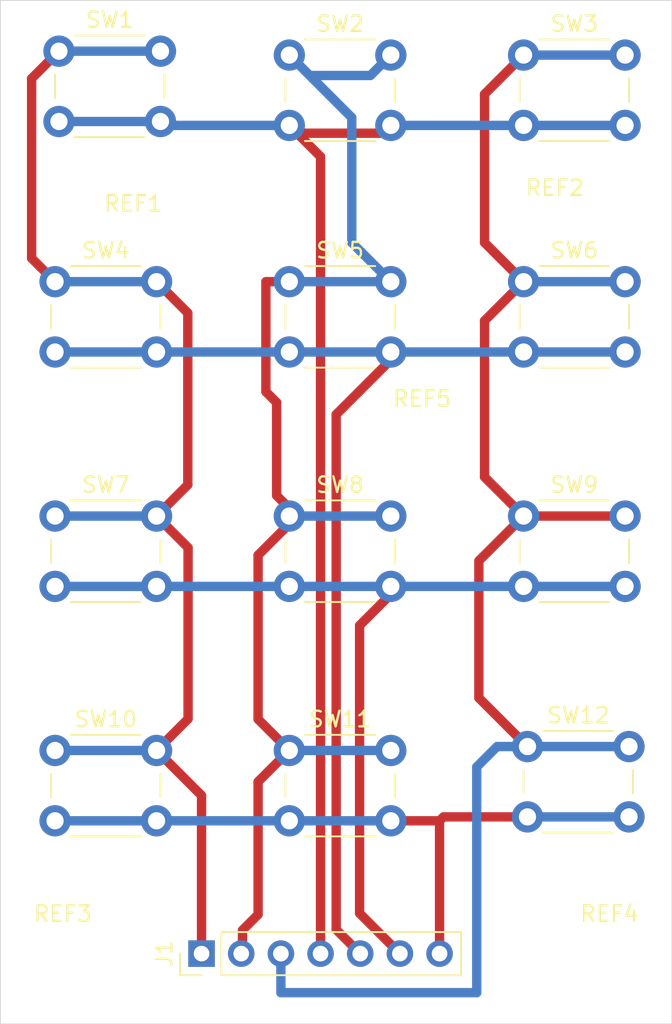
<source format=kicad_pcb>
(kicad_pcb (version 20241229) (generator "pcbnew") (generator_version "9.0")
  (layers (0 "F.Cu" signal) (2 "B.Cu" signal) (13 "F.Paste" user) (15 "B.Paste" user) (5 "F.SilkS" user "F.Silkscreen") (7 "B.SilkS" user "B.Silkscreen") (1 "F.Mask" user) (3 "B.Mask" user) (25 "Edge.Cuts" user))
  (net 0 "")
  (net 1 "Net-(J1-Pin_2)")
  (net 2 "Net-(J1-Pin_6)")
  (net 3 "Net-(J1-Pin_4)")
  (net 4 "Net-(J1-Pin_7)")
  (net 5 "Net-(J1-Pin_5)")
  (net 6 "Net-(J1-Pin_1)")
  (net 7 "Net-(J1-Pin_3)")
  (footprint "MountingHole:MountingHole_2.1mm" (layer "F.Cu") (at 167 69.957305)
    (property "Reference" "REF2" (at -3.5 -1 0) (layer "F.SilkS"))
    (property "Value" "MountingHole_2.1mm" (hide yes))
    (pad "" np_thru_hole circle (at 0 0) (size 2.1 2.1) (drill 2.1) (layers "*.Cu" "*.Mask"))
  )
  (footprint "Button_Switch_THT:SW_PUSH_6mm" (layer "F.Cu") (at 131.75 60.207305)
    (property "Reference" "SW1" (at 3.25 -2 0) (layer "F.SilkS"))
    (property "Value" "SW_Push")
    (fp_line (start -0.25 1.5) (end -0.25 3) (stroke (width 0.12)) (layer "F.SilkS"))
    (fp_line (start 1 5.5) (end 5.5 5.5) (stroke (width 0.12)) (layer "F.SilkS"))
    (fp_line (start 5.5 -1) (end 1 -1) (stroke (width 0.12)) (layer "F.SilkS"))
    (fp_line (start 6.75 3) (end 6.75 1.5) (stroke (width 0.12)) (layer "F.SilkS"))
    (pad "1" thru_hole circle (at 0 0 90) (size 2 2) (drill 1.1) (layers "*.Cu" "*.Mask") (net 6 "Net-(J1-Pin_1)"))
    (pad "1" thru_hole circle (at 6.5 0 90) (size 2 2) (drill 1.1) (layers "*.Cu" "*.Mask") (net 6 "Net-(J1-Pin_1)"))
    (pad "2" thru_hole circle (at 0 4.5 90) (size 2 2) (drill 1.1) (layers "*.Cu" "*.Mask") (net 3 "Net-(J1-Pin_4)"))
    (pad "2" thru_hole circle (at 6.5 4.5 90) (size 2 2) (drill 1.1) (layers "*.Cu" "*.Mask") (net 3 "Net-(J1-Pin_4)"))
  )
  (footprint "Button_Switch_THT:SW_PUSH_6mm" (layer "F.Cu") (at 131.5 89.957305)
    (property "Reference" "SW7" (at 3.25 -2 0) (layer "F.SilkS"))
    (property "Value" "SW_Push")
    (fp_line (start -0.25 1.5) (end -0.25 3) (stroke (width 0.12)) (layer "F.SilkS"))
    (fp_line (start 1 5.5) (end 5.5 5.5) (stroke (width 0.12)) (layer "F.SilkS"))
    (fp_line (start 5.5 -1) (end 1 -1) (stroke (width 0.12)) (layer "F.SilkS"))
    (fp_line (start 6.75 3) (end 6.75 1.5) (stroke (width 0.12)) (layer "F.SilkS"))
    (pad "1" thru_hole circle (at 0 0 90) (size 2 2) (drill 1.1) (layers "*.Cu" "*.Mask") (net 6 "Net-(J1-Pin_1)"))
    (pad "1" thru_hole circle (at 6.5 0 90) (size 2 2) (drill 1.1) (layers "*.Cu" "*.Mask") (net 6 "Net-(J1-Pin_1)"))
    (pad "2" thru_hole circle (at 0 4.5 90) (size 2 2) (drill 1.1) (layers "*.Cu" "*.Mask") (net 2 "Net-(J1-Pin_6)"))
    (pad "2" thru_hole circle (at 6.5 4.5 90) (size 2 2) (drill 1.1) (layers "*.Cu" "*.Mask") (net 2 "Net-(J1-Pin_6)"))
  )
  (footprint "MountingHole:MountingHole_2.1mm" (layer "F.Cu") (at 132 69.957305)
    (property "Reference" "REF1" (at 4.5 0 0) (layer "F.SilkS"))
    (property "Value" "MountingHole_2.1mm" (hide yes))
    (pad "" np_thru_hole circle (at 0 0) (size 2.1 2.1) (drill 2.1) (layers "*.Cu" "*.Mask"))
  )
  (footprint "Button_Switch_THT:SW_PUSH_6mm" (layer "F.Cu") (at 146.5 89.957305)
    (property "Reference" "SW8" (at 3.25 -2 0) (layer "F.SilkS"))
    (property "Value" "SW_Push")
    (fp_line (start -0.25 1.5) (end -0.25 3) (stroke (width 0.12)) (layer "F.SilkS"))
    (fp_line (start 1 5.5) (end 5.5 5.5) (stroke (width 0.12)) (layer "F.SilkS"))
    (fp_line (start 5.5 -1) (end 1 -1) (stroke (width 0.12)) (layer "F.SilkS"))
    (fp_line (start 6.75 3) (end 6.75 1.5) (stroke (width 0.12)) (layer "F.SilkS"))
    (pad "1" thru_hole circle (at 0 0 90) (size 2 2) (drill 1.1) (layers "*.Cu" "*.Mask") (net 1 "Net-(J1-Pin_2)"))
    (pad "1" thru_hole circle (at 6.5 0 90) (size 2 2) (drill 1.1) (layers "*.Cu" "*.Mask") (net 1 "Net-(J1-Pin_2)"))
    (pad "2" thru_hole circle (at 0 4.5 90) (size 2 2) (drill 1.1) (layers "*.Cu" "*.Mask") (net 2 "Net-(J1-Pin_6)"))
    (pad "2" thru_hole circle (at 6.5 4.5 90) (size 2 2) (drill 1.1) (layers "*.Cu" "*.Mask") (net 2 "Net-(J1-Pin_6)"))
  )
  (footprint "Button_Switch_THT:SW_PUSH_6mm" (layer "F.Cu") (at 161.5 74.957305)
    (property "Reference" "SW6" (at 3.25 -2 0) (layer "F.SilkS"))
    (property "Value" "SW_Push")
    (fp_line (start -0.25 1.5) (end -0.25 3) (stroke (width 0.12)) (layer "F.SilkS"))
    (fp_line (start 1 5.5) (end 5.5 5.5) (stroke (width 0.12)) (layer "F.SilkS"))
    (fp_line (start 5.5 -1) (end 1 -1) (stroke (width 0.12)) (layer "F.SilkS"))
    (fp_line (start 6.75 3) (end 6.75 1.5) (stroke (width 0.12)) (layer "F.SilkS"))
    (pad "1" thru_hole circle (at 0 0 90) (size 2 2) (drill 1.1) (layers "*.Cu" "*.Mask") (net 7 "Net-(J1-Pin_3)"))
    (pad "1" thru_hole circle (at 6.5 0 90) (size 2 2) (drill 1.1) (layers "*.Cu" "*.Mask") (net 7 "Net-(J1-Pin_3)"))
    (pad "2" thru_hole circle (at 0 4.5 90) (size 2 2) (drill 1.1) (layers "*.Cu" "*.Mask") (net 5 "Net-(J1-Pin_5)"))
    (pad "2" thru_hole circle (at 6.5 4.5 90) (size 2 2) (drill 1.1) (layers "*.Cu" "*.Mask") (net 5 "Net-(J1-Pin_5)"))
  )
  (footprint "Button_Switch_THT:SW_PUSH_6mm" (layer "F.Cu") (at 161.5 89.957305)
    (property "Reference" "SW9" (at 3.25 -2 0) (layer "F.SilkS"))
    (property "Value" "SW_Push")
    (fp_line (start -0.25 1.5) (end -0.25 3) (stroke (width 0.12)) (layer "F.SilkS"))
    (fp_line (start 1 5.5) (end 5.5 5.5) (stroke (width 0.12)) (layer "F.SilkS"))
    (fp_line (start 5.5 -1) (end 1 -1) (stroke (width 0.12)) (layer "F.SilkS"))
    (fp_line (start 6.75 3) (end 6.75 1.5) (stroke (width 0.12)) (layer "F.SilkS"))
    (pad "1" thru_hole circle (at 0 0 90) (size 2 2) (drill 1.1) (layers "*.Cu" "*.Mask") (net 7 "Net-(J1-Pin_3)"))
    (pad "1" thru_hole circle (at 6.5 0 90) (size 2 2) (drill 1.1) (layers "*.Cu" "*.Mask") (net 7 "Net-(J1-Pin_3)"))
    (pad "2" thru_hole circle (at 0 4.5 90) (size 2 2) (drill 1.1) (layers "*.Cu" "*.Mask") (net 2 "Net-(J1-Pin_6)"))
    (pad "2" thru_hole circle (at 6.5 4.5 90) (size 2 2) (drill 1.1) (layers "*.Cu" "*.Mask") (net 2 "Net-(J1-Pin_6)"))
  )
  (footprint "Button_Switch_THT:SW_PUSH_6mm" (layer "F.Cu") (at 131.5 104.957305)
    (property "Reference" "SW10" (at 3.25 -2 0) (layer "F.SilkS"))
    (property "Value" "SW_Push")
    (fp_line (start -0.25 1.5) (end -0.25 3) (stroke (width 0.12)) (layer "F.SilkS"))
    (fp_line (start 1 5.5) (end 5.5 5.5) (stroke (width 0.12)) (layer "F.SilkS"))
    (fp_line (start 5.5 -1) (end 1 -1) (stroke (width 0.12)) (layer "F.SilkS"))
    (fp_line (start 6.75 3) (end 6.75 1.5) (stroke (width 0.12)) (layer "F.SilkS"))
    (pad "1" thru_hole circle (at 0 0 90) (size 2 2) (drill 1.1) (layers "*.Cu" "*.Mask") (net 6 "Net-(J1-Pin_1)"))
    (pad "1" thru_hole circle (at 6.5 0 90) (size 2 2) (drill 1.1) (layers "*.Cu" "*.Mask") (net 6 "Net-(J1-Pin_1)"))
    (pad "2" thru_hole circle (at 0 4.5 90) (size 2 2) (drill 1.1) (layers "*.Cu" "*.Mask") (net 4 "Net-(J1-Pin_7)"))
    (pad "2" thru_hole circle (at 6.5 4.5 90) (size 2 2) (drill 1.1) (layers "*.Cu" "*.Mask") (net 4 "Net-(J1-Pin_7)"))
  )
  (footprint "Button_Switch_THT:SW_PUSH_6mm" (layer "F.Cu") (at 161.75 104.707305)
    (property "Reference" "SW12" (at 3.25 -2 0) (layer "F.SilkS"))
    (property "Value" "SW_Push")
    (fp_line (start -0.25 1.5) (end -0.25 3) (stroke (width 0.12)) (layer "F.SilkS"))
    (fp_line (start 1 5.5) (end 5.5 5.5) (stroke (width 0.12)) (layer "F.SilkS"))
    (fp_line (start 5.5 -1) (end 1 -1) (stroke (width 0.12)) (layer "F.SilkS"))
    (fp_line (start 6.75 3) (end 6.75 1.5) (stroke (width 0.12)) (layer "F.SilkS"))
    (pad "1" thru_hole circle (at 0 0 90) (size 2 2) (drill 1.1) (layers "*.Cu" "*.Mask") (net 7 "Net-(J1-Pin_3)"))
    (pad "1" thru_hole circle (at 6.5 0 90) (size 2 2) (drill 1.1) (layers "*.Cu" "*.Mask") (net 7 "Net-(J1-Pin_3)"))
    (pad "2" thru_hole circle (at 0 4.5 90) (size 2 2) (drill 1.1) (layers "*.Cu" "*.Mask") (net 4 "Net-(J1-Pin_7)"))
    (pad "2" thru_hole circle (at 6.5 4.5 90) (size 2 2) (drill 1.1) (layers "*.Cu" "*.Mask") (net 4 "Net-(J1-Pin_7)"))
  )
  (footprint "Button_Switch_THT:SW_PUSH_6mm" (layer "F.Cu") (at 161.5 60.457305)
    (property "Reference" "SW3" (at 3.25 -2 0) (layer "F.SilkS"))
    (property "Value" "SW_Push")
    (fp_line (start -0.25 1.5) (end -0.25 3) (stroke (width 0.12)) (layer "F.SilkS"))
    (fp_line (start 1 5.5) (end 5.5 5.5) (stroke (width 0.12)) (layer "F.SilkS"))
    (fp_line (start 5.5 -1) (end 1 -1) (stroke (width 0.12)) (layer "F.SilkS"))
    (fp_line (start 6.75 3) (end 6.75 1.5) (stroke (width 0.12)) (layer "F.SilkS"))
    (pad "1" thru_hole circle (at 0 0 90) (size 2 2) (drill 1.1) (layers "*.Cu" "*.Mask") (net 7 "Net-(J1-Pin_3)"))
    (pad "1" thru_hole circle (at 6.5 0 90) (size 2 2) (drill 1.1) (layers "*.Cu" "*.Mask") (net 7 "Net-(J1-Pin_3)"))
    (pad "2" thru_hole circle (at 0 4.5 90) (size 2 2) (drill 1.1) (layers "*.Cu" "*.Mask") (net 3 "Net-(J1-Pin_4)"))
    (pad "2" thru_hole circle (at 6.5 4.5 90) (size 2 2) (drill 1.1) (layers "*.Cu" "*.Mask") (net 3 "Net-(J1-Pin_4)"))
  )
  (footprint "MountingHole:MountingHole_2.1mm" (layer "F.Cu") (at 155 85.5)
    (property "Reference" "REF5" (at 0 -3.05 0) (layer "F.SilkS"))
    (property "Value" "MountingHole_2.1mm" (hide yes))
    (pad "" np_thru_hole circle (at 0 0) (size 2.1 2.1) (drill 2.1) (layers "*.Cu" "*.Mask"))
  )
  (footprint "MountingHole:MountingHole_2.1mm" (layer "F.Cu") (at 132 118.457305)
    (property "Reference" "REF3" (at 0 -3.05 0) (layer "F.SilkS"))
    (property "Value" "MountingHole_2.1mm" (hide yes))
    (pad "" np_thru_hole circle (at 0 0) (size 2.1 2.1) (drill 2.1) (layers "*.Cu" "*.Mask"))
  )
  (footprint "Button_Switch_THT:SW_PUSH_6mm" (layer "F.Cu") (at 146.5 104.957305)
    (property "Reference" "SW11" (at 3.25 -2 0) (layer "F.SilkS"))
    (property "Value" "SW_Push")
    (fp_line (start -0.25 1.5) (end -0.25 3) (stroke (width 0.12)) (layer "F.SilkS"))
    (fp_line (start 1 5.5) (end 5.5 5.5) (stroke (width 0.12)) (layer "F.SilkS"))
    (fp_line (start 5.5 -1) (end 1 -1) (stroke (width 0.12)) (layer "F.SilkS"))
    (fp_line (start 6.75 3) (end 6.75 1.5) (stroke (width 0.12)) (layer "F.SilkS"))
    (pad "1" thru_hole circle (at 0 0 90) (size 2 2) (drill 1.1) (layers "*.Cu" "*.Mask") (net 1 "Net-(J1-Pin_2)"))
    (pad "1" thru_hole circle (at 6.5 0 90) (size 2 2) (drill 1.1) (layers "*.Cu" "*.Mask") (net 1 "Net-(J1-Pin_2)"))
    (pad "2" thru_hole circle (at 0 4.5 90) (size 2 2) (drill 1.1) (layers "*.Cu" "*.Mask") (net 4 "Net-(J1-Pin_7)"))
    (pad "2" thru_hole circle (at 6.5 4.5 90) (size 2 2) (drill 1.1) (layers "*.Cu" "*.Mask") (net 4 "Net-(J1-Pin_7)"))
  )
  (footprint "Button_Switch_THT:SW_PUSH_6mm" (layer "F.Cu") (at 146.5 60.457305)
    (property "Reference" "SW2" (at 3.25 -2 0) (layer "F.SilkS"))
    (property "Value" "SW_Push")
    (fp_line (start -0.25 1.5) (end -0.25 3) (stroke (width 0.12)) (layer "F.SilkS"))
    (fp_line (start 1 5.5) (end 5.5 5.5) (stroke (width 0.12)) (layer "F.SilkS"))
    (fp_line (start 5.5 -1) (end 1 -1) (stroke (width 0.12)) (layer "F.SilkS"))
    (fp_line (start 6.75 3) (end 6.75 1.5) (stroke (width 0.12)) (layer "F.SilkS"))
    (pad "1" thru_hole circle (at 0 0 90) (size 2 2) (drill 1.1) (layers "*.Cu" "*.Mask") (net 1 "Net-(J1-Pin_2)"))
    (pad "1" thru_hole circle (at 6.5 0 90) (size 2 2) (drill 1.1) (layers "*.Cu" "*.Mask") (net 1 "Net-(J1-Pin_2)"))
    (pad "2" thru_hole circle (at 0 4.5 90) (size 2 2) (drill 1.1) (layers "*.Cu" "*.Mask") (net 3 "Net-(J1-Pin_4)"))
    (pad "2" thru_hole circle (at 6.5 4.5 90) (size 2 2) (drill 1.1) (layers "*.Cu" "*.Mask") (net 3 "Net-(J1-Pin_4)"))
  )
  (footprint "Button_Switch_THT:SW_PUSH_6mm" (layer "F.Cu") (at 131.5 74.957305)
    (property "Reference" "SW4" (at 3.25 -2 0) (layer "F.SilkS"))
    (property "Value" "SW_Push")
    (fp_line (start -0.25 1.5) (end -0.25 3) (stroke (width 0.12)) (layer "F.SilkS"))
    (fp_line (start 1 5.5) (end 5.5 5.5) (stroke (width 0.12)) (layer "F.SilkS"))
    (fp_line (start 5.5 -1) (end 1 -1) (stroke (width 0.12)) (layer "F.SilkS"))
    (fp_line (start 6.75 3) (end 6.75 1.5) (stroke (width 0.12)) (layer "F.SilkS"))
    (pad "1" thru_hole circle (at 0 0 90) (size 2 2) (drill 1.1) (layers "*.Cu" "*.Mask") (net 6 "Net-(J1-Pin_1)"))
    (pad "1" thru_hole circle (at 6.5 0 90) (size 2 2) (drill 1.1) (layers "*.Cu" "*.Mask") (net 6 "Net-(J1-Pin_1)"))
    (pad "2" thru_hole circle (at 0 4.5 90) (size 2 2) (drill 1.1) (layers "*.Cu" "*.Mask") (net 5 "Net-(J1-Pin_5)"))
    (pad "2" thru_hole circle (at 6.5 4.5 90) (size 2 2) (drill 1.1) (layers "*.Cu" "*.Mask") (net 5 "Net-(J1-Pin_5)"))
  )
  (footprint "MountingHole:MountingHole_2.1mm" (layer "F.Cu") (at 167 118.457305)
    (property "Reference" "REF4" (at 0 -3.05 0) (layer "F.SilkS"))
    (property "Value" "MountingHole_2.1mm" (hide yes))
    (pad "" np_thru_hole circle (at 0 0) (size 2.1 2.1) (drill 2.1) (layers "*.Cu" "*.Mask"))
  )
  (footprint "Connector_PinHeader_2.54mm:PinHeader_1x07_P2.54mm_Vertical" (layer "F.Cu") (at 140.88 117.957305 90)
    (property "Reference" "J1" (at 0 -2.38 90) (layer "F.SilkS"))
    (property "Value" "Conn_01x07_Pin")
    (fp_line (start -1.38 -1.38) (end 0 -1.38) (stroke (width 0.12)) (layer "F.SilkS"))
    (fp_line (start -1.38 0) (end -1.38 -1.38) (stroke (width 0.12)) (layer "F.SilkS"))
    (fp_line (start 1.38 1.27) (end 1.38 16.62) (stroke (width 0.12)) (layer "F.SilkS"))
    (fp_line (start -1.38 1.27) (end 1.38 1.27) (stroke (width 0.12)) (layer "F.SilkS"))
    (fp_line (start -1.38 1.27) (end -1.38 16.62) (stroke (width 0.12)) (layer "F.SilkS"))
    (fp_line (start -1.38 16.62) (end 1.38 16.62) (stroke (width 0.12)) (layer "F.SilkS"))
    (pad "1" thru_hole rect (at 0 0 90) (size 1.7 1.7) (drill 1) (layers "*.Cu" "*.Mask") (net 6 "Net-(J1-Pin_1)"))
    (pad "2" thru_hole circle (at 0 2.54 90) (size 1.7 1.7) (drill 1) (layers "*.Cu" "*.Mask") (net 1 "Net-(J1-Pin_2)"))
    (pad "3" thru_hole circle (at 0 5.08 90) (size 1.7 1.7) (drill 1) (layers "*.Cu" "*.Mask") (net 7 "Net-(J1-Pin_3)"))
    (pad "4" thru_hole circle (at 0 7.62 90) (size 1.7 1.7) (drill 1) (layers "*.Cu" "*.Mask") (net 3 "Net-(J1-Pin_4)"))
    (pad "5" thru_hole circle (at 0 10.16 90) (size 1.7 1.7) (drill 1) (layers "*.Cu" "*.Mask") (net 5 "Net-(J1-Pin_5)"))
    (pad "6" thru_hole circle (at 0 12.7 90) (size 1.7 1.7) (drill 1) (layers "*.Cu" "*.Mask") (net 2 "Net-(J1-Pin_6)"))
    (pad "7" thru_hole circle (at 0 15.24 90) (size 1.7 1.7) (drill 1) (layers "*.Cu" "*.Mask") (net 4 "Net-(J1-Pin_7)"))
  )
  (footprint "Button_Switch_THT:SW_PUSH_6mm" (layer "F.Cu") (at 146.5 74.957305)
    (property "Reference" "SW5" (at 3.25 -2 0) (layer "F.SilkS"))
    (property "Value" "SW_Push")
    (fp_line (start -0.25 1.5) (end -0.25 3) (stroke (width 0.12)) (layer "F.SilkS"))
    (fp_line (start 1 5.5) (end 5.5 5.5) (stroke (width 0.12)) (layer "F.SilkS"))
    (fp_line (start 5.5 -1) (end 1 -1) (stroke (width 0.12)) (layer "F.SilkS"))
    (fp_line (start 6.75 3) (end 6.75 1.5) (stroke (width 0.12)) (layer "F.SilkS"))
    (pad "1" thru_hole circle (at 0 0 90) (size 2 2) (drill 1.1) (layers "*.Cu" "*.Mask") (net 1 "Net-(J1-Pin_2)"))
    (pad "1" thru_hole circle (at 6.5 0 90) (size 2 2) (drill 1.1) (layers "*.Cu" "*.Mask") (net 1 "Net-(J1-Pin_2)"))
    (pad "2" thru_hole circle (at 0 4.5 90) (size 2 2) (drill 1.1) (layers "*.Cu" "*.Mask") (net 5 "Net-(J1-Pin_5)"))
    (pad "2" thru_hole circle (at 6.5 4.5 90) (size 2 2) (drill 1.1) (layers "*.Cu" "*.Mask") (net 5 "Net-(J1-Pin_5)"))
  )
  (gr_rect (start 128 56.957305) (end 171 122.457305) (stroke (width 0.05)) (fill no) (layer "Edge.Cuts"))
  (segment (start 144.5 102.957305) (end 146.5 104.957305) (width 0.6) (layer "F.Cu") (net 1))
  (segment (start 145 82) (end 145 74.957305) (width 0.6) (layer "F.Cu") (net 1))
  (segment (start 144.5 115.457305) (end 143.5 116.457305) (width 0.6) (layer "F.Cu") (net 1))
  (segment (start 143.5 116.457305) (end 143.5 117.877305) (width 0.6) (layer "F.Cu") (net 1))
  (segment (start 145.6876 82.6876) (end 145 82) (width 0.6) (layer "F.Cu") (net 1))
  (segment (start 145 74.957305) (end 147 74.957305) (width 0.6) (layer "F.Cu") (net 1))
  (segment (start 144.5 92.457305) (end 144.5 102.957305) (width 0.6) (layer "F.Cu") (net 1))
  (segment (start 143.5 117.877305) (end 143.42 117.957305) (width 0.6) (layer "F.Cu") (net 1))
  (segment (start 146.5 104.957305) (end 144.5 106.957305) (width 0.6) (layer "F.Cu") (net 1))
  (segment (start 147 89.957305) (end 145.6876 88.644905) (width 0.6) (layer "F.Cu") (net 1))
  (segment (start 144.5 106.957305) (end 144.5 115.457305) (width 0.6) (layer "F.Cu") (net 1))
  (segment (start 145.6876 88.644905) (end 145.6876 82.6876) (width 0.6) (layer "F.Cu") (net 1))
  (segment (start 147 89.957305) (end 144.5 92.457305) (width 0.6) (layer "F.Cu") (net 1))
  (segment (start 153 74.957305) (end 146.5 74.957305) (width 0.6) (layer "B.Cu") (net 1))
  (segment (start 153.5 89.957305) (end 147 89.957305) (width 0.6) (layer "B.Cu") (net 1))
  (segment (start 147.8057 61.763005) (end 146.5 60.457305) (width 0.6) (layer "B.Cu") (net 1))
  (segment (start 153 104.957305) (end 146.5 104.957305) (width 0.6) (layer "B.Cu") (net 1))
  (segment (start 147.8057 61.763005) (end 151.6943 61.763005) (width 0.6) (layer "B.Cu") (net 1))
  (segment (start 147.8057 61.763005) (end 150.5 64.457305) (width 0.6) (layer "B.Cu") (net 1))
  (segment (start 151.6943 61.763005) (end 153 60.457305) (width 0.6) (layer "B.Cu") (net 1))
  (segment (start 147.8057 74.957305) (end 147 74.957305) (width 0.2) (layer "B.Cu") (net 1))
  (segment (start 150.5 72.457305) (end 153 74.957305) (width 0.6) (layer "B.Cu") (net 1))
  (segment (start 150.5 64.457305) (end 150.5 72.457305) (width 0.6) (layer "B.Cu") (net 1))
  (segment (start 153.58 117.957305) (end 151 115.377305) (width 0.6) (layer "F.Cu") (net 2))
  (segment (start 151 96.957305) (end 153.5 94.457305) (width 0.6) (layer "F.Cu") (net 2))
  (segment (start 151 115.377305) (end 151 96.957305) (width 0.6) (layer "F.Cu") (net 2))
  (segment (start 147 94.457305) (end 153.5 94.457305) (width 0.6) (layer "B.Cu") (net 2))
  (segment (start 153.5 94.457305) (end 161.5 94.457305) (width 0.6) (layer "B.Cu") (net 2))
  (segment (start 147 94.457305) (end 138 94.457305) (width 0.6) (layer "B.Cu") (net 2))
  (segment (start 168 94.457305) (end 161.5 94.457305) (width 0.6) (layer "B.Cu") (net 2))
  (segment (start 138 94.457305) (end 131.5 94.457305) (width 0.6) (layer "B.Cu") (net 2))
  (segment (start 146.5 64.957305) (end 147 65.457305) (width 0.6) (layer "F.Cu") (net 3))
  (segment (start 152.5 65.457305) (end 153 64.957305) (width 0.6) (layer "F.Cu") (net 3))
  (segment (start 148.5 66.957305) (end 146.5 64.957305) (width 0.6) (layer "F.Cu") (net 3))
  (segment (start 148.5 117.957305) (end 148.5 66.957305) (width 0.6) (layer "F.Cu") (net 3))
  (segment (start 147 65.457305) (end 152.5 65.457305) (width 0.6) (layer "F.Cu") (net 3))
  (segment (start 138.5 64.957305) (end 138.25 64.707305) (width 0.2) (layer "B.Cu") (net 3))
  (segment (start 146.5 64.957305) (end 138.5 64.957305) (width 0.6) (layer "B.Cu") (net 3))
  (segment (start 131.75 64.707305) (end 138.25 64.707305) (width 0.6) (layer "B.Cu") (net 3))
  (segment (start 161.5 64.957305) (end 153 64.957305) (width 0.6) (layer "B.Cu") (net 3))
  (segment (start 168 64.957305) (end 161.5 64.957305) (width 0.6) (layer "B.Cu") (net 3))
  (segment (start 156.37 109.207305) (end 156.12 109.457305) (width 0.6) (layer "F.Cu") (net 4))
  (segment (start 156.12 117.957305) (end 156.12 109.457305) (width 0.6) (layer "F.Cu") (net 4))
  (segment (start 161.75 109.207305) (end 156.37 109.207305) (width 0.6) (layer "F.Cu") (net 4))
  (segment (start 156.12 109.457305) (end 153 109.457305) (width 0.6) (layer "F.Cu") (net 4))
  (segment (start 168.25 109.207305) (end 161.75 109.207305) (width 0.6) (layer "B.Cu") (net 4))
  (segment (start 146.5 109.457305) (end 138 109.457305) (width 0.6) (layer "B.Cu") (net 4))
  (segment (start 153 109.457305) (end 146.5 109.457305) (width 0.6) (layer "B.Cu") (net 4))
  (segment (start 138 109.457305) (end 131.5 109.457305) (width 0.6) (layer "B.Cu") (net 4))
  (segment (start 149.5 116.417305) (end 149.5 83.457305) (width 0.6) (layer "F.Cu") (net 5))
  (segment (start 149.5 83.457305) (end 153.5 79.457305) (width 0.6) (layer "F.Cu") (net 5))
  (segment (start 151.04 117.957305) (end 149.5 116.417305) (width 0.6) (layer "F.Cu") (net 5))
  (segment (start 168 79.457305) (end 161.5 79.457305) (width 0.6) (layer "B.Cu") (net 5))
  (segment (start 153.5 79.457305) (end 161.5 79.457305) (width 0.6) (layer "B.Cu") (net 5))
  (segment (start 147 79.457305) (end 153.5 79.457305) (width 0.6) (layer "B.Cu") (net 5))
  (segment (start 131.5 79.457305) (end 138 79.457305) (width 0.6) (layer "B.Cu") (net 5))
  (segment (start 138 79.457305) (end 147 79.457305) (width 0.6) (layer "B.Cu") (net 5))
  (segment (start 130 61.957305) (end 131.75 60.207305) (width 0.6) (layer "F.Cu") (net 6))
  (segment (start 140.017077 91.974382) (end 140.017077 102.940228) (width 0.6) (layer "F.Cu") (net 6))
  (segment (start 140 76.957305) (end 140 87.957305) (width 0.6) (layer "F.Cu") (net 6))
  (segment (start 130 73.457305) (end 130 61.957305) (width 0.6) (layer "F.Cu") (net 6))
  (segment (start 140.017077 102.940228) (end 138 104.957305) (width 0.6) (layer "F.Cu") (net 6))
  (segment (start 131.5 74.957305) (end 130 73.457305) (width 0.6) (layer "F.Cu") (net 6))
  (segment (start 138 74.957305) (end 140 76.957305) (width 0.6) (layer "F.Cu") (net 6))
  (segment (start 138 89.957305) (end 140.017077 91.974382) (width 0.6) (layer "F.Cu") (net 6))
  (segment (start 140.88 117.957305) (end 140.88 107.837305) (width 0.6) (layer "F.Cu") (net 6))
  (segment (start 140 87.957305) (end 138 89.957305) (width 0.6) (layer "F.Cu") (net 6))
  (segment (start 140.88 107.837305) (end 138 104.957305) (width 0.6) (layer "F.Cu") (net 6))
  (segment (start 138 104.957305) (end 131.5 104.957305) (width 0.6) (layer "B.Cu") (net 6))
  (segment (start 138 74.957305) (end 131.5 74.957305) (width 0.6) (layer "B.Cu") (net 6))
  (segment (start 131.75 60.207305) (end 138.25 60.207305) (width 0.6) (layer "B.Cu") (net 6))
  (segment (start 138 89.957305) (end 131.5 89.957305) (width 0.6) (layer "B.Cu") (net 6))
  (segment (start 161.5 74.957305) (end 159 77.457305) (width 0.6) (layer "F.Cu") (net 7))
  (segment (start 161.5 89.957305) (end 158.637077 92.820228) (width 0.6) (layer "F.Cu") (net 7))
  (segment (start 168 89.957305) (end 161.5 89.957305) (width 0.6) (layer "F.Cu") (net 7))
  (segment (start 158.637077 101.594382) (end 161.75 104.707305) (width 0.6) (layer "F.Cu") (net 7))
  (segment (start 159 77.457305) (end 159 87.457305) (width 0.6) (layer "F.Cu") (net 7))
  (segment (start 158.637077 92.820228) (end 158.637077 101.594382) (width 0.6) (layer "F.Cu") (net 7))
  (segment (start 161.5 60.457305) (end 159 62.957305) (width 0.6) (layer "F.Cu") (net 7))
  (segment (start 159 87.457305) (end 161.5 89.957305) (width 0.6) (layer "F.Cu") (net 7))
  (segment (start 159 72.457305) (end 161.5 74.957305) (width 0.6) (layer "F.Cu") (net 7))
  (segment (start 159 62.957305) (end 159 72.457305) (width 0.6) (layer "F.Cu") (net 7))
  (segment (start 168 74.957305) (end 161.5 74.957305) (width 0.6) (layer "B.Cu") (net 7))
  (segment (start 158.5 106.009705) (end 158.5 120.457305) (width 0.6) (layer "B.Cu") (net 7))
  (segment (start 145.96 117.957305) (end 146.5524 117.957305) (width 0.2) (layer "B.Cu") (net 7))
  (segment (start 161.75 104.707305) (end 159.8024 104.707305) (width 0.6) (layer "B.Cu") (net 7))
  (segment (start 168.25 104.707305) (end 161.75 104.707305) (width 0.6) (layer "B.Cu") (net 7))
  (segment (start 168 60.457305) (end 161.5 60.457305) (width 0.6) (layer "B.Cu") (net 7))
  (segment (start 158.5 120.457305) (end 145.96 120.457305) (width 0.6) (layer "B.Cu") (net 7))
  (segment (start 145.96 120.457305) (end 145.96 117.957305) (width 0.6) (layer "B.Cu") (net 7))
  (segment (start 159.8024 104.707305) (end 158.5 106.009705) (width 0.6) (layer "B.Cu") (net 7))
)
</source>
